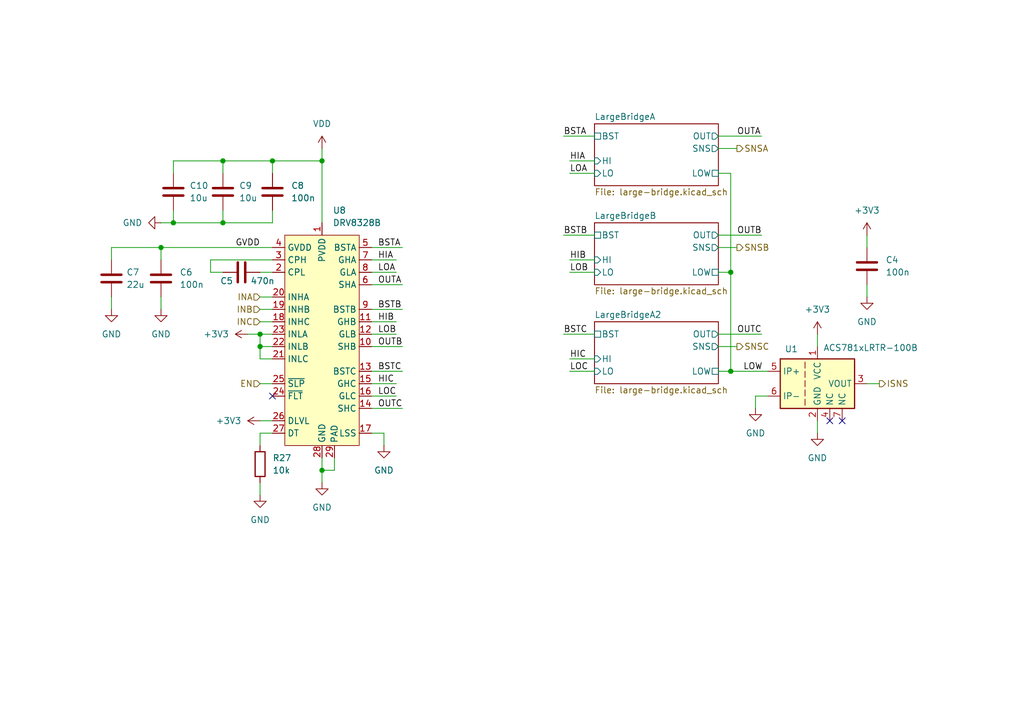
<source format=kicad_sch>
(kicad_sch (version 20231120) (generator "eeschema") (generator_version "8.0")
  (paper "A5")
  (lib_symbols
    (symbol "Device:C" (pin_numbers hide) (pin_names (offset 0.254))
      (property "Reference" "C" (at 0.635 2.54 0))
      (property "Value" "C" (at 0.635 -2.54 0))
      (symbol "C_0_1"
        (polyline (pts (xy -2.032 -0.762) (xy 2.032 -0.762)) (stroke (width 0.508)))
        (polyline (pts (xy -2.032 0.762) (xy 2.032 0.762)) (stroke (width 0.508)))
      )
      (symbol "C_1_1"
        (pin passive line (at 0 3.81 270) (length 2.794) (name "~") (number "1"))
        (pin passive line (at 0 -3.81 90) (length 2.794) (name "~") (number "2"))
      )
    )
    (symbol "Device:R" (pin_numbers hide) (pin_names (offset 0))
      (property "Reference" "R" (at 2.032 0 90))
      (property "Value" "R" (at 0 0 90))
      (symbol "R_0_1"
        (rectangle (start -1.016 -2.54) (end 1.016 2.54) (stroke (width 0.254)))
      )
      (symbol "R_1_1"
        (pin passive line (at 0 3.81 270) (length 1.27) (name "~") (number "1"))
        (pin passive line (at 0 -3.81 90) (length 1.27) (name "~") (number "2"))
      )
    )
    (symbol "Sensor_Current:ACS781xLRTR-100B"
      (property "Reference" "U" (at -7.62 6.35 0))
      (property "Value" "ACS781xLRTR-100B" (at 2.54 6.35 0))
      (symbol "ACS781xLRTR-100B_0_1"
        (rectangle (start -7.62 5.08) (end 7.62 -5.08) (stroke (width 0.254)) (fill (type background)))
        (polyline (pts (xy -2.54 -3.175) (xy -2.54 -4.445)))
        (polyline (pts (xy -2.54 -1.27) (xy -2.54 -2.54)))
        (polyline (pts (xy -2.54 0.635) (xy -2.54 -0.635)))
        (polyline (pts (xy -2.54 1.27) (xy -2.54 2.54)))
        (polyline (pts (xy -2.54 3.175) (xy -2.54 4.445)))
      )
      (symbol "ACS781xLRTR-100B_1_1"
        (pin power_in line (at 0 7.62 270) (length 2.54) (name "VCC") (number "1"))
        (pin power_in line (at 0 -7.62 90) (length 2.54) (name "GND") (number "2"))
        (pin output line (at 10.16 0 180) (length 2.54) (name "VOUT") (number "3"))
        (pin passive line (at 2.54 -7.62 90) (length 2.54) (name "NC") (number "4"))
        (pin passive line (at -10.16 2.54 0) (length 2.54) (name "IP+") (number "5"))
        (pin passive line (at -10.16 -2.54 0) (length 2.54) (name "IP-") (number "6"))
        (pin passive line (at 5.08 -7.62 90) (length 2.54) (name "NC") (number "7"))
      )
    )
    (symbol "User_Symbols:DRV8328B"
      (property "Reference" "U" (at -6.604 23.368 0))
      (property "Value" "DRV8328B" (at 5.842 23.114 0))
      (symbol "DRV8328B_1_1"
        (rectangle (start -7.62 21.59) (end 7.62 -21.59) (fill (type background)))
        (pin power_in line (at 0 24.13 270) (length 2.54) (name "PVDD") (number "1"))
        (pin passive line (at 10.16 -1.27 180) (length 2.54) (name "SHB") (number "10"))
        (pin output line (at 10.16 3.81 180) (length 2.54) (name "GHB") (number "11"))
        (pin output line (at 10.16 1.27 180) (length 2.54) (name "GLB") (number "12"))
        (pin output line (at 10.16 -6.35 180) (length 2.54) (name "BSTC") (number "13"))
        (pin passive line (at 10.16 -13.97 180) (length 2.54) (name "SHC") (number "14"))
        (pin output line (at 10.16 -8.89 180) (length 2.54) (name "GHC") (number "15"))
        (pin output line (at 10.16 -11.43 180) (length 2.54) (name "GLC") (number "16"))
        (pin passive line (at 10.16 -19.05 180) (length 2.54) (name "LSS") (number "17"))
        (pin input line (at -10.16 3.81 0) (length 2.54) (name "INHC") (number "18"))
        (pin input line (at -10.16 6.35 0) (length 2.54) (name "INHB") (number "19"))
        (pin passive line (at -10.16 13.97 0) (length 2.54) (name "CPL") (number "2"))
        (pin input line (at -10.16 8.89 0) (length 2.54) (name "INHA") (number "20"))
        (pin input line (at -10.16 -3.81 0) (length 2.54) (name "INLC") (number "21"))
        (pin input line (at -10.16 -1.27 0) (length 2.54) (name "INLB") (number "22"))
        (pin input line (at -10.16 1.27 0) (length 2.54) (name "INLA") (number "23"))
        (pin open_collector line (at -10.16 -11.43 0) (length 2.54) (name "~{FLT}") (number "24"))
        (pin input line (at -10.16 -8.89 0) (length 2.54) (name "~{SLP}") (number "25"))
        (pin input line (at -10.16 -16.51 0) (length 2.54) (name "DLVL") (number "26"))
        (pin input line (at -10.16 -19.05 0) (length 2.54) (name "DT") (number "27"))
        (pin power_in line (at 0 -24.13 90) (length 2.54) (name "GND") (number "28"))
        (pin passive line (at 2.54 -24.13 90) (length 2.54) (name "PAD") (number "29"))
        (pin passive line (at -10.16 16.51 0) (length 2.54) (name "CPH") (number "3"))
        (pin power_out line (at -10.16 19.05 0) (length 2.54) (name "GVDD") (number "4"))
        (pin output line (at 10.16 19.05 180) (length 2.54) (name "BSTA") (number "5"))
        (pin passive line (at 10.16 11.43 180) (length 2.54) (name "SHA") (number "6"))
        (pin output line (at 10.16 16.51 180) (length 2.54) (name "GHA") (number "7"))
        (pin output line (at 10.16 13.97 180) (length 2.54) (name "GLA") (number "8"))
        (pin output line (at 10.16 6.35 180) (length 2.54) (name "BSTB") (number "9"))
      )
    )
    (symbol "power:+3V3" (power) (pin_numbers hide) (pin_names (offset 0) hide)
      (property "Value" "+3V3" (at 0 3.556 0))
      (symbol "+3V3_0_1"
        (polyline (pts (xy -0.762 1.27) (xy 0 2.54)))
        (polyline (pts (xy 0 0) (xy 0 2.54)))
        (polyline (pts (xy 0 2.54) (xy 0.762 1.27)))
      )
      (symbol "+3V3_1_1"
        (pin power_in line (at 0 0 90) (length 0) (name "~") (number "1"))
      )
    )
    (symbol "power:GND" (power) (pin_numbers hide) (pin_names (offset 0) hide)
      (property "Value" "GND" (at 0 -3.81 0))
      (symbol "GND_0_1"
        (polyline (pts (xy 0 0) (xy 0 -1.27) (xy 1.27 -1.27) (xy 0 -2.54) (xy -1.27 -1.27) (xy 0 -1.27)))
      )
      (symbol "GND_1_1"
        (pin power_in line (at 0 0 270) (length 0) (name "~") (number "1"))
      )
    )
    (symbol "power:VDD" (power) (pin_numbers hide) (pin_names (offset 0) hide)
      (property "Value" "VDD" (at 0 3.556 0))
      (symbol "VDD_0_1"
        (polyline (pts (xy -0.762 1.27) (xy 0 2.54)))
        (polyline (pts (xy 0 0) (xy 0 2.54)))
        (polyline (pts (xy 0 2.54) (xy 0.762 1.27)))
      )
      (symbol "VDD_1_1"
        (pin power_in line (at 0 0 90) (length 0) (name "~") (number "1"))
      )
    )
  )
  (junction (at 66.04 33.02))
  (junction (at 149.86 55.88))
  (junction (at 66.04 96.52))
  (junction (at 45.72 33.02))
  (junction (at 53.34 68.58))
  (junction (at 55.88 33.02))
  (junction (at 53.34 71.12))
  (junction (at 35.56 45.72))
  (junction (at 45.72 45.72))
  (junction (at 149.86 76.2))
  (junction (at 33.02 50.8))
  (no_connect (at 172.72 86.36))
  (no_connect (at 170.18 86.36))
  (no_connect (at 55.88 81.28))
  (wire (pts (xy 147.32 55.88) (xy 149.86 55.88)))
  (wire (pts (xy 116.84 33.02) (xy 121.92 33.02)))
  (wire (pts (xy 76.2 76.2) (xy 82.55 76.2)))
  (wire (pts (xy 147.32 71.12) (xy 151.13 71.12)))
  (wire (pts (xy 43.18 53.34) (xy 43.18 55.88)))
  (wire (pts (xy 55.88 33.02) (xy 55.88 35.56)))
  (wire (pts (xy 55.88 53.34) (xy 43.18 53.34)))
  (wire (pts (xy 149.86 76.2) (xy 157.48 76.2)))
  (wire (pts (xy 76.2 68.58) (xy 81.28 68.58)))
  (wire (pts (xy 35.56 33.02) (xy 45.72 33.02)))
  (wire (pts (xy 55.88 33.02) (xy 66.04 33.02)))
  (wire (pts (xy 53.34 91.44) (xy 53.34 88.9)))
  (wire (pts (xy 76.2 58.42) (xy 82.55 58.42)))
  (wire (pts (xy 167.64 86.36) (xy 167.64 88.9)))
  (wire (pts (xy 76.2 66.04) (xy 81.28 66.04)))
  (wire (pts (xy 53.34 55.88) (xy 55.88 55.88)))
  (wire (pts (xy 53.34 63.5) (xy 55.88 63.5)))
  (wire (pts (xy 149.86 35.56) (xy 149.86 55.88)))
  (wire (pts (xy 177.8 58.42) (xy 177.8 60.96)))
  (wire (pts (xy 50.8 68.58) (xy 53.34 68.58)))
  (wire (pts (xy 115.57 68.58) (xy 121.92 68.58)))
  (wire (pts (xy 35.56 43.18) (xy 35.56 45.72)))
  (wire (pts (xy 35.56 45.72) (xy 45.72 45.72)))
  (wire (pts (xy 22.86 60.96) (xy 22.86 63.5)))
  (wire (pts (xy 116.84 76.2) (xy 121.92 76.2)))
  (wire (pts (xy 43.18 55.88) (xy 45.72 55.88)))
  (wire (pts (xy 147.32 48.26) (xy 156.21 48.26)))
  (wire (pts (xy 147.32 27.94) (xy 156.21 27.94)))
  (wire (pts (xy 33.02 53.34) (xy 33.02 50.8)))
  (wire (pts (xy 154.94 81.28) (xy 157.48 81.28)))
  (wire (pts (xy 53.34 78.74) (xy 55.88 78.74)))
  (wire (pts (xy 55.88 73.66) (xy 53.34 73.66)))
  (wire (pts (xy 53.34 68.58) (xy 53.34 71.12)))
  (wire (pts (xy 22.86 50.8) (xy 33.02 50.8)))
  (wire (pts (xy 33.02 60.96) (xy 33.02 63.5)))
  (wire (pts (xy 76.2 50.8) (xy 82.55 50.8)))
  (wire (pts (xy 53.34 73.66) (xy 53.34 71.12)))
  (wire (pts (xy 76.2 55.88) (xy 81.28 55.88)))
  (wire (pts (xy 66.04 96.52) (xy 68.58 96.52)))
  (wire (pts (xy 45.72 45.72) (xy 55.88 45.72)))
  (wire (pts (xy 177.8 78.74) (xy 180.34 78.74)))
  (wire (pts (xy 55.88 45.72) (xy 55.88 43.18)))
  (wire (pts (xy 53.34 99.06) (xy 53.34 101.6)))
  (wire (pts (xy 115.57 48.26) (xy 121.92 48.26)))
  (wire (pts (xy 116.84 35.56) (xy 121.92 35.56)))
  (wire (pts (xy 149.86 55.88) (xy 149.86 76.2)))
  (wire (pts (xy 78.74 91.44) (xy 78.74 88.9)))
  (wire (pts (xy 45.72 45.72) (xy 45.72 43.18)))
  (wire (pts (xy 66.04 96.52) (xy 66.04 99.06)))
  (wire (pts (xy 147.32 50.8) (xy 151.13 50.8)))
  (wire (pts (xy 53.34 71.12) (xy 55.88 71.12)))
  (wire (pts (xy 66.04 30.48) (xy 66.04 33.02)))
  (wire (pts (xy 35.56 35.56) (xy 35.56 33.02)))
  (wire (pts (xy 22.86 53.34) (xy 22.86 50.8)))
  (wire (pts (xy 53.34 68.58) (xy 55.88 68.58)))
  (wire (pts (xy 115.57 27.94) (xy 121.92 27.94)))
  (wire (pts (xy 68.58 96.52) (xy 68.58 93.98)))
  (wire (pts (xy 116.84 73.66) (xy 121.92 73.66)))
  (wire (pts (xy 53.34 60.96) (xy 55.88 60.96)))
  (wire (pts (xy 147.32 76.2) (xy 149.86 76.2)))
  (wire (pts (xy 147.32 30.48) (xy 151.13 30.48)))
  (wire (pts (xy 53.34 88.9) (xy 55.88 88.9)))
  (wire (pts (xy 177.8 48.26) (xy 177.8 50.8)))
  (wire (pts (xy 66.04 33.02) (xy 66.04 45.72)))
  (wire (pts (xy 116.84 55.88) (xy 121.92 55.88)))
  (wire (pts (xy 76.2 78.74) (xy 81.28 78.74)))
  (wire (pts (xy 33.02 45.72) (xy 35.56 45.72)))
  (wire (pts (xy 76.2 83.82) (xy 82.55 83.82)))
  (wire (pts (xy 53.34 66.04) (xy 55.88 66.04)))
  (wire (pts (xy 76.2 88.9) (xy 78.74 88.9)))
  (wire (pts (xy 53.34 86.36) (xy 55.88 86.36)))
  (wire (pts (xy 147.32 68.58) (xy 156.21 68.58)))
  (wire (pts (xy 154.94 83.82) (xy 154.94 81.28)))
  (wire (pts (xy 76.2 81.28) (xy 81.28 81.28)))
  (wire (pts (xy 147.32 35.56) (xy 149.86 35.56)))
  (wire (pts (xy 167.64 68.58) (xy 167.64 71.12)))
  (wire (pts (xy 45.72 35.56) (xy 45.72 33.02)))
  (wire (pts (xy 116.84 53.34) (xy 121.92 53.34)))
  (wire (pts (xy 45.72 33.02) (xy 55.88 33.02)))
  (wire (pts (xy 76.2 71.12) (xy 82.55 71.12)))
  (wire (pts (xy 66.04 93.98) (xy 66.04 96.52)))
  (wire (pts (xy 76.2 53.34) (xy 81.28 53.34)))
  (wire (pts (xy 76.2 63.5) (xy 82.55 63.5)))
  (wire (pts (xy 33.02 50.8) (xy 55.88 50.8)))
  (label "LOA" (at 77.47 55.88 0))
  (label "BSTA" (at 115.57 27.94 0))
  (label "BSTC" (at 77.47 76.2 0))
  (label "OUTC" (at 77.47 83.82 0))
  (label "BSTC" (at 115.57 68.58 0))
  (label "OUTC" (at 151.13 68.58 0))
  (label "OUTB" (at 151.13 48.26 0))
  (label "OUTA" (at 77.47 58.42 0))
  (label "BSTB" (at 115.57 48.26 0))
  (label "GVDD" (at 48.26 50.8 0))
  (label "LOB" (at 77.47 68.58 0))
  (label "LOB" (at 116.84 55.88 0))
  (label "BSTA" (at 77.47 50.8 0))
  (label "HIB" (at 116.84 53.34 0))
  (label "HIA" (at 116.84 33.02 0))
  (label "BSTB" (at 77.47 63.5 0))
  (label "LOA" (at 116.84 35.56 0))
  (label "OUTA" (at 151.13 27.94 0))
  (label "OUTB" (at 77.47 71.12 0))
  (label "HIC" (at 77.47 78.74 0))
  (label "HIA" (at 77.47 53.34 0))
  (label "HIB" (at 77.47 66.04 0))
  (label "LOC" (at 116.84 76.2 0))
  (label "LOC" (at 77.47 81.28 0))
  (label "HIC" (at 116.84 73.66 0))
  (label "LOW" (at 152.4 76.2 0))
  (hierarchical_label "SNSC" (shape output) (at 151.13 71.12 0))
  (hierarchical_label "EN" (shape input) (at 53.34 78.74 180))
  (hierarchical_label "SNSB" (shape output) (at 151.13 50.8 0))
  (hierarchical_label "INB" (shape input) (at 53.34 63.5 180))
  (hierarchical_label "INC" (shape input) (at 53.34 66.04 180))
  (hierarchical_label "ISNS" (shape output) (at 180.34 78.74 0))
  (hierarchical_label "SNSA" (shape output) (at 151.13 30.48 0))
  (hierarchical_label "INA" (shape input) (at 53.34 60.96 180))
  (symbol (lib_id "power:GND") (at 33.02 63.5 0) (unit 1)
    (property "Reference" "#PWR031" (effects (hide yes)))
    (property "Value" "GND" (at 33.02 68.58 0))
    (property "Description" "Power symbol creates a global label with name \"GND\" , ground" (effects (hide yes)))
  )
  (symbol (lib_id "power:GND") (at 177.8 60.96 0) (unit 1)
    (property "Reference" "#PWR027" (effects (hide yes)))
    (property "Value" "GND" (at 177.8 66.04 0))
    (property "Description" "Power symbol creates a global label with name \"GND\" , ground" (effects (hide yes)))
  )
  (symbol (lib_id "power:GND") (at 154.94 83.82 0) (unit 1)
    (property "Reference" "#PWR023" (effects (hide yes)))
    (property "Value" "GND" (at 154.94 88.9 0))
    (property "Description" "Power symbol creates a global label with name \"GND\" , ground" (effects (hide yes)))
  )
  (symbol (lib_id "power:GND") (at 22.86 63.5 0) (unit 1)
    (property "Reference" "#PWR032" (effects (hide yes)))
    (property "Value" "GND" (at 22.86 68.58 0))
    (property "Description" "Power symbol creates a global label with name \"GND\" , ground" (effects (hide yes)))
  )
  (symbol (lib_id "Device:C") (at 22.86 57.15 0) (unit 1)
    (property "Reference" "C7" (at 25.908 55.88 0) (effects (justify left)))
    (property "Value" "22u" (at 25.908 58.42 0) (effects (justify left)))
    (property "Footprint" "Capacitor_SMD:C_0805_2012Metric" (effects (hide yes)))
    (property "Description" "Unpolarized capacitor" (effects (hide yes)))
    (property "LCSC" "C45783" (effects (hide yes)))
  )
  (symbol (lib_id "Device:C") (at 33.02 57.15 0) (unit 1)
    (property "Reference" "C6" (at 36.83 55.8799 0) (effects (justify left)))
    (property "Value" "100n" (at 36.83 58.4199 0) (effects (justify left)))
    (property "Footprint" "Capacitor_SMD:C_0402_1005Metric" (effects (hide yes)))
    (property "Description" "Unpolarized capacitor" (effects (hide yes)))
    (property "LCSC" "C307331" (effects (hide yes)))
  )
  (symbol (lib_id "power:+3V3") (at 50.8 68.58 90) (unit 1)
    (property "Reference" "#PWR014" (effects (hide yes)))
    (property "Value" "+3V3" (at 46.99 68.5799 90) (effects (justify left)))
    (property "Description" "Power symbol creates a global label with name \"+3V3\"" (effects (hide yes)))
  )
  (symbol (lib_id "power:GND") (at 78.74 91.44 0) (unit 1)
    (property "Reference" "#PWR029" (effects (hide yes)))
    (property "Value" "GND" (at 78.74 96.52 0))
    (property "Description" "Power symbol creates a global label with name \"GND\" , ground" (effects (hide yes)))
  )
  (symbol (lib_id "power:GND") (at 53.34 101.6 0) (unit 1)
    (property "Reference" "#PWR025" (effects (hide yes)))
    (property "Value" "GND" (at 53.34 106.68 0))
    (property "Description" "Power symbol creates a global label with name \"GND\" , ground" (effects (hide yes)))
  )
  (symbol (lib_id "Device:C") (at 45.72 39.37 0) (unit 1)
    (property "Reference" "C9" (at 49.022 38.1 0) (effects (justify left)))
    (property "Value" "10u" (at 49.022 40.64 0) (effects (justify left)))
    (property "Footprint" "Capacitor_SMD:C_0805_2012Metric" (effects (hide yes)))
    (property "Description" "Unpolarized capacitor" (effects (hide yes)))
    (property "LCSC" "C440198" (effects (hide yes)))
  )
  (symbol (lib_id "power:+3V3") (at 167.64 68.58 0) (unit 1)
    (property "Reference" "#PWR022" (effects (hide yes)))
    (property "Value" "+3V3" (at 167.64 63.5 0))
    (property "Description" "Power symbol creates a global label with name \"+3V3\"" (effects (hide yes)))
  )
  (symbol (lib_id "Device:C") (at 55.88 39.37 0) (unit 1)
    (property "Reference" "C8" (at 59.69 38.0999 0) (effects (justify left)))
    (property "Value" "100n" (at 59.69 40.6399 0) (effects (justify left)))
    (property "Footprint" "Capacitor_SMD:C_0402_1005Metric" (effects (hide yes)))
    (property "Description" "Unpolarized capacitor" (effects (hide yes)))
    (property "LCSC" "C307331" (effects (hide yes)))
  )
  (symbol (lib_id "Device:R") (at 53.34 95.25 0) (unit 1)
    (property "Reference" "R27" (at 55.88 93.9799 0) (effects (justify left)))
    (property "Value" "10k" (at 55.88 96.5199 0) (effects (justify left)))
    (property "Footprint" "Resistor_SMD:R_0402_1005Metric" (effects (hide yes)))
    (property "Description" "Resistor" (effects (hide yes)))
    (property "LCSC" "C25744" (effects (hide yes)))
  )
  (symbol (lib_id "power:VDD") (at 66.04 30.48 0) (unit 1)
    (property "Reference" "#PWR017" (effects (hide yes)))
    (property "Value" "VDD" (at 66.04 25.4 0))
    (property "Description" "Power symbol creates a global label with name \"VDD\"" (effects (hide yes)))
  )
  (symbol (lib_id "Sensor_Current:ACS781xLRTR-100B") (at 167.64 78.74 0) (unit 1)
    (property "Reference" "U1" (at 162.306 71.628 0))
    (property "Value" "ACS781xLRTR-100B" (at 178.562 71.374 0))
    (property "Footprint" "Sensor_Current:Allegro_PSOF-7_4.8x6.4mm_P1.60mm" (effects (hide yes)))
    (property "Datasheet" "http://www.allegromicro.com/~/media/Files/Datasheets/ACS780-Datasheet.ashx?la=en" (effects (hide yes)))
    (property "Description" "±100A Bidirectional Hall-Effect Current Sensor, +3.3V supply, 13.2mV/A, PSOF-7" (effects (hide yes)))
    (property "LCSC" "C459345" (effects (hide yes)))
  )
  (symbol (lib_id "power:GND") (at 167.64 88.9 0) (unit 1)
    (property "Reference" "#PWR021" (effects (hide yes)))
    (property "Value" "GND" (at 167.64 93.98 0))
    (property "Description" "Power symbol creates a global label with name \"GND\" , ground" (effects (hide yes)))
  )
  (symbol (lib_id "Device:C") (at 35.56 39.37 0) (unit 1)
    (property "Reference" "C10" (at 38.862 38.1 0) (effects (justify left)))
    (property "Value" "10u" (at 38.862 40.64 0) (effects (justify left)))
    (property "Footprint" "Capacitor_SMD:C_0805_2012Metric" (effects (hide yes)))
    (property "Description" "Unpolarized capacitor" (effects (hide yes)))
    (property "LCSC" "C440198" (effects (hide yes)))
  )
  (symbol (lib_id "Device:C") (at 177.8 54.61 0) (unit 1)
    (property "Reference" "C4" (at 181.61 53.3399 0) (effects (justify left)))
    (property "Value" "100n" (at 181.61 55.8799 0) (effects (justify left)))
    (property "Footprint" "Capacitor_SMD:C_0402_1005Metric" (effects (hide yes)))
    (property "Description" "Unpolarized capacitor" (effects (hide yes)))
    (property "LCSC" "C1525" (effects (hide yes)))
  )
  (symbol (lib_id "power:+3V3") (at 177.8 48.26 0) (unit 1)
    (property "Reference" "#PWR028" (effects (hide yes)))
    (property "Value" "+3V3" (at 177.8 43.18 0))
    (property "Description" "Power symbol creates a global label with name \"+3V3\"" (effects (hide yes)))
  )
  (symbol (lib_id "power:+3V3") (at 53.34 86.36 90) (unit 1)
    (property "Reference" "#PWR030" (effects (hide yes)))
    (property "Value" "+3V3" (at 49.53 86.3599 90) (effects (justify left)))
    (property "Description" "Power symbol creates a global label with name \"+3V3\"" (effects (hide yes)))
  )
  (symbol (lib_id "User_Symbols:DRV8328B") (at 66.04 69.85 0) (unit 1)
    (property "Reference" "U8" (at 68.2341 43.18 0) (effects (justify left)))
    (property "Value" "DRV8328B" (at 68.2341 45.72 0) (effects (justify left)))
    (property "Footprint" "Package_DFN_QFN:QFN-28-1EP_4x4mm_P0.4mm_EP2.6x2.6mm" (effects (hide yes)))
    (property "Datasheet" "https://www.ti.com/lit/ds/symlink/drv8328.pdf?ts=1732917048811&ref_url=https%253A%252F%252Fwww.mouser.se%252F" (effects (hide yes)))
    (property "Description" "3 Phase BLDC Gate Driver" (effects (hide yes)))
    (property "LCSC" "C5218864" (effects (hide yes)))
  )
  (symbol (lib_id "power:GND") (at 33.02 45.72 270) (unit 1)
    (property "Reference" "#PWR033" (effects (hide yes)))
    (property "Value" "GND" (at 29.21 45.7199 90) (effects (justify right)))
    (property "Description" "Power symbol creates a global label with name \"GND\" , ground" (effects (hide yes)))
  )
  (symbol (lib_id "Device:C") (at 49.53 55.88 270) (unit 1)
    (property "Reference" "C5" (at 46.482 57.658 90))
    (property "Value" "470n" (at 53.848 57.658 90))
    (property "Footprint" "Capacitor_SMD:C_0603_1608Metric" (effects (hide yes)))
    (property "Description" "Unpolarized capacitor" (effects (hide yes)))
    (property "LCSC" "C1623" (effects (hide yes)))
  )
  (symbol (lib_id "power:GND") (at 66.04 99.06 0) (unit 1)
    (property "Reference" "#PWR024" (effects (hide yes)))
    (property "Value" "GND" (at 66.04 104.14 0))
    (property "Description" "Power symbol creates a global label with name \"GND\" , ground" (effects (hide yes)))
  )
  (sheet (at 121.92 45.72) (size 25.4 12.7) (stroke (width 0.1524))
    (property "Sheetname" "LargeBridgeB" (at 121.92 45.0084 0) (effects (justify left bottom)))
    (property "Sheetfile" "large-bridge.kicad_sch" (at 121.92 59.0046 0) (effects (justify left top)))
    (pin "LOW" passive (at 147.32 55.88 0))
    (pin "LO" input (at 121.92 55.88 180))
    (pin "HI" input (at 121.92 53.34 180))
    (pin "SNS" output (at 147.32 50.8 0))
    (pin "OUT" output (at 147.32 48.26 0))
    (pin "BST" passive (at 121.92 48.26 180))
  )
  (sheet (at 121.92 66.04) (size 25.4 12.7) (stroke (width 0.1524))
    (property "Sheetname" "LargeBridgeA2" (at 121.92 65.3284 0) (effects (justify left bottom)))
    (property "Sheetfile" "large-bridge.kicad_sch" (at 121.92 79.3246 0) (effects (justify left top)))
    (pin "LOW" passive (at 147.32 76.2 0))
    (pin "LO" input (at 121.92 76.2 180))
    (pin "HI" input (at 121.92 73.66 180))
    (pin "SNS" output (at 147.32 71.12 0))
    (pin "OUT" output (at 147.32 68.58 0))
    (pin "BST" passive (at 121.92 68.58 180))
  )
  (sheet (at 121.92 25.4) (size 25.4 12.7) (stroke (width 0.1524))
    (property "Sheetname" "LargeBridgeA" (at 121.92 24.6884 0) (effects (justify left bottom)))
    (property "Sheetfile" "large-bridge.kicad_sch" (at 121.92 38.6846 0) (effects (justify left top)))
    (pin "LOW" passive (at 147.32 35.56 0))
    (pin "LO" input (at 121.92 35.56 180))
    (pin "HI" input (at 121.92 33.02 180))
    (pin "SNS" output (at 147.32 30.48 0))
    (pin "OUT" output (at 147.32 27.94 0))
    (pin "BST" passive (at 121.92 27.94 180))
  )
)
</source>
